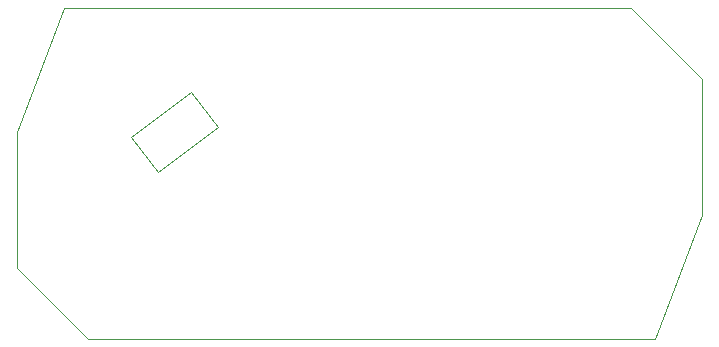
<source format=gbr>
G04 --- HEADER BEGIN --- *
G04 #@! TF.GenerationSoftware,LibrePCB,LibrePCB,0.1.7*
G04 #@! TF.CreationDate,2023-12-20T12:02:32*
G04 #@! TF.ProjectId,CRi-CRi Buzzer,ec579d49-da22-4424-9e15-187340a51fe6,v1*
G04 #@! TF.Part,Single*
G04 #@! TF.SameCoordinates*
G04 #@! TF.FileFunction,Profile,NP*
%FSLAX66Y66*%
%MOMM*%
G01*
G75*
G04 --- HEADER END --- *
G04 --- APERTURE LIST BEGIN --- *
G04 #@! TA.AperFunction,Profile*
%ADD10C,0.001*%
G04 #@! TD*
G04 --- APERTURE LIST END --- *
G04 --- BOARD BEGIN --- *
D10*
X-19400000Y3100000D02*
X-17100000Y100000D01*
X-12000000Y3900000D01*
X-14300000Y6900000D01*
X-19400000Y3100000D01*
X-25000000Y14000000D02*
X23000000Y14000000D01*
X29000000Y8000000D01*
X29000000Y-3500000D01*
X25000000Y-14000000D01*
X-23000000Y-14000000D01*
X-29000000Y-8000000D01*
X-29000000Y3500000D01*
X-25000000Y14000000D01*
G04 --- BOARD END --- *
G04 #@! TF.MD5,5a366c1b43363d12881a19d23f965953*
M02*

</source>
